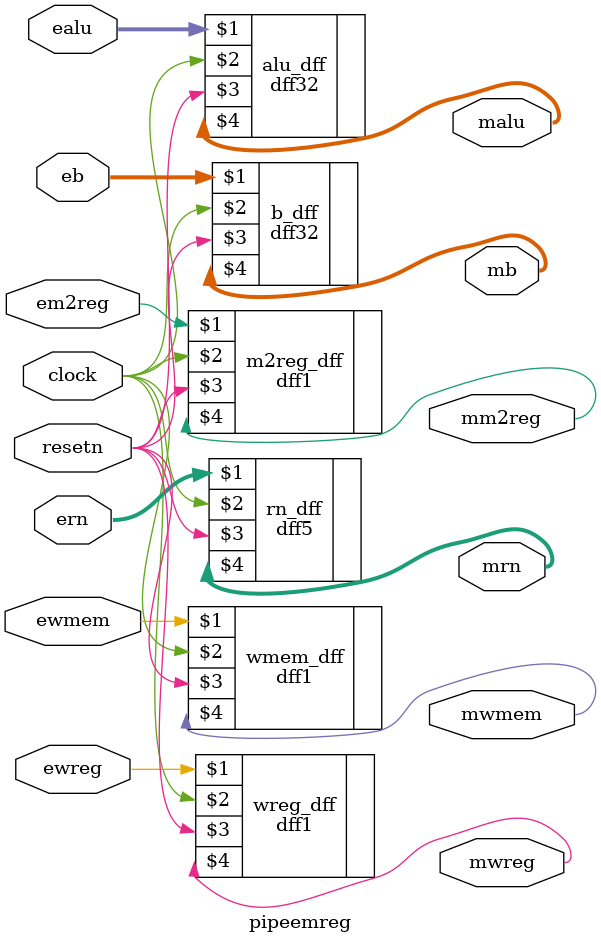
<source format=v>
module pipeemreg(ewreg, em2reg, ewmem, ealu, eb, ern, clock, 
		resetn, mwreg, mm2reg, mwmem, malu, mb, mrn);
	input         ewreg, em2reg, ewmem, clock, resetn;
	input  [4:0]  ern;
	input  [31:0] ealu, eb;
	output        mwreg, mm2reg, mwmem;
	output [4:0]  mrn;
	output [31:0] malu, mb;

	dff1 wreg_dff(ewreg, clock, resetn, mwreg);
	dff1 m2reg_dff(em2reg, clock, resetn, mm2reg);
	dff1 wmem_dff(ewmem, clock, resetn, mwmem);
	dff32 alu_dff(ealu, clock, resetn, malu);
	dff32 b_dff(eb, clock, resetn, mb);
	dff5 rn_dff(ern, clock, resetn, mrn);
endmodule 
</source>
